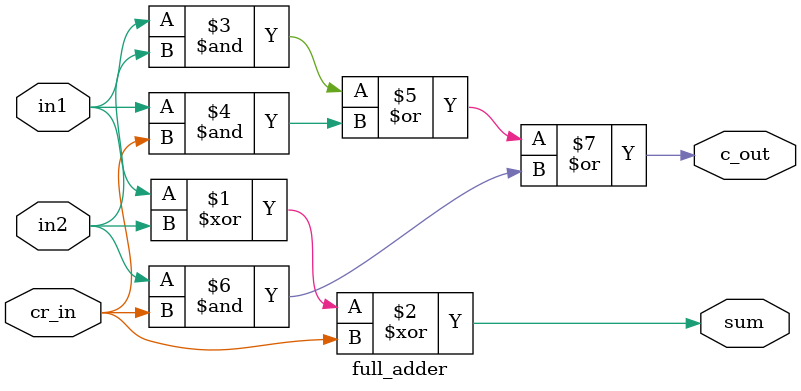
<source format=v>
`timescale 1ns / 1ps
module full_adder (
    input wire in1,
    input wire in2,
    input wire cr_in,
    output wire sum,
    output wire c_out
 );
    assign sum = in1 ^ in2 ^ cr_in;
    assign c_out = (in1 & in2) | (in1 & cr_in) | (in2 & cr_in);
endmodule

</source>
